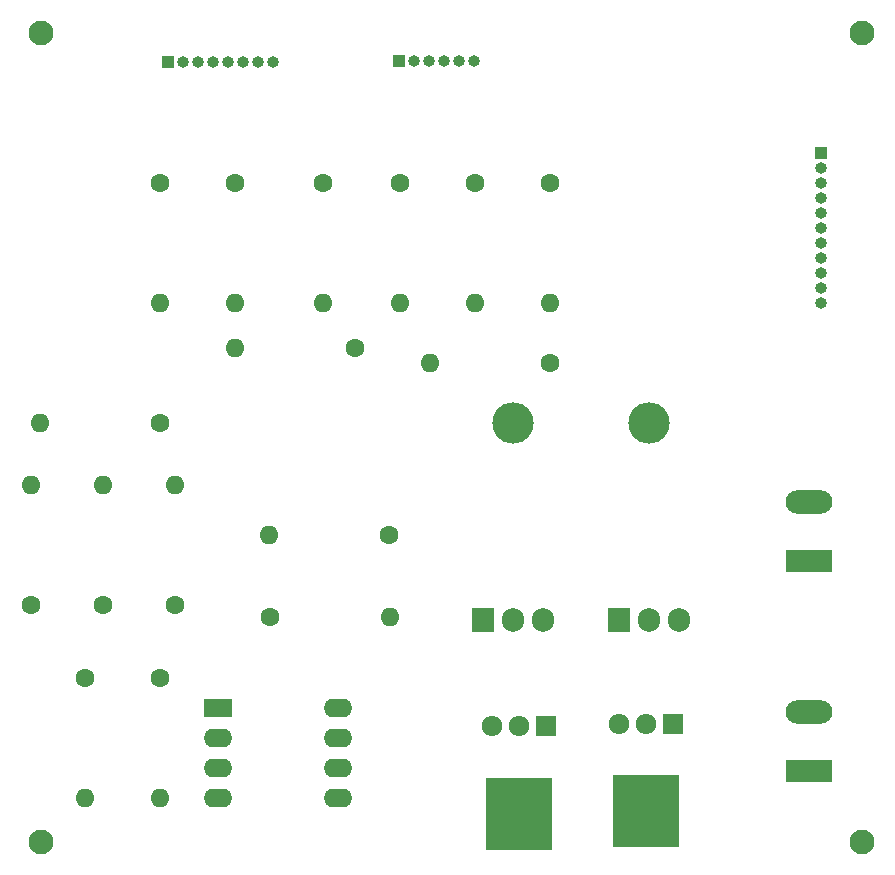
<source format=gbr>
%TF.GenerationSoftware,KiCad,Pcbnew,(6.0.4)*%
%TF.CreationDate,2022-04-12T10:07:42+02:00*%
%TF.ProjectId,Antenna-controller,416e7465-6e6e-4612-9d63-6f6e74726f6c,rev?*%
%TF.SameCoordinates,Original*%
%TF.FileFunction,Soldermask,Top*%
%TF.FilePolarity,Negative*%
%FSLAX46Y46*%
G04 Gerber Fmt 4.6, Leading zero omitted, Abs format (unit mm)*
G04 Created by KiCad (PCBNEW (6.0.4)) date 2022-04-12 10:07:42*
%MOMM*%
%LPD*%
G01*
G04 APERTURE LIST*
%ADD10C,1.600000*%
%ADD11O,1.600000X1.600000*%
%ADD12O,3.500000X3.500000*%
%ADD13R,1.905000X2.000000*%
%ADD14O,1.905000X2.000000*%
%ADD15R,2.400000X1.600000*%
%ADD16O,2.400000X1.600000*%
%ADD17R,3.960000X1.980000*%
%ADD18O,3.960000X1.980000*%
%ADD19R,1.717500X1.800000*%
%ADD20O,1.717500X1.800000*%
%ADD21R,5.700000X6.200000*%
%ADD22C,2.100000*%
%ADD23R,1.000000X1.000000*%
%ADD24O,1.000000X1.000000*%
G04 APERTURE END LIST*
D10*
%TO.C,R12*%
X134620000Y-62230000D03*
D11*
X134620000Y-72390000D03*
%TD*%
D10*
%TO.C,R15*%
X135877846Y-97951737D03*
D11*
X135877846Y-87791737D03*
%TD*%
D12*
%TO.C,Q1*%
X164500000Y-82570000D03*
D13*
X161960000Y-99230000D03*
D14*
X164500000Y-99230000D03*
X167040000Y-99230000D03*
%TD*%
D15*
%TO.C,U1*%
X139517500Y-106690000D03*
D16*
X139517500Y-109230000D03*
X139517500Y-111770000D03*
X139517500Y-114310000D03*
X149677500Y-114310000D03*
X149677500Y-111770000D03*
X149677500Y-109230000D03*
X149677500Y-106690000D03*
%TD*%
D10*
%TO.C,R11*%
X140970000Y-62230000D03*
D11*
X140970000Y-72390000D03*
%TD*%
D17*
%TO.C,M1*%
X189500000Y-112014000D03*
D18*
X189500000Y-107014000D03*
%TD*%
D19*
%TO.C,Q2*%
X167290000Y-108185000D03*
D20*
X165000000Y-108185000D03*
X162710000Y-108185000D03*
D21*
X165000000Y-115618333D03*
%TD*%
D22*
%TO.C,REF\u002A\u002A*%
X124500000Y-49500000D03*
%TD*%
D23*
%TO.C,s-lite1*%
X190575000Y-59690000D03*
D24*
X190575000Y-60960000D03*
X190575000Y-62230000D03*
X190575000Y-63500000D03*
X190575000Y-64770000D03*
X190575000Y-66040000D03*
X190575000Y-67310000D03*
X190575000Y-68580000D03*
X190575000Y-69850000D03*
X190575000Y-71120000D03*
X190575000Y-72390000D03*
%TD*%
D10*
%TO.C,R13*%
X123640039Y-97957977D03*
D11*
X123640039Y-87797977D03*
%TD*%
D10*
%TO.C,R17*%
X151130000Y-76200000D03*
D11*
X140970000Y-76200000D03*
%TD*%
D10*
%TO.C,R1*%
X154000000Y-92000000D03*
D11*
X143840000Y-92000000D03*
%TD*%
D23*
%TO.C,U2*%
X135250000Y-51955000D03*
D24*
X136520000Y-51955000D03*
X137790000Y-51955000D03*
X139060000Y-51955000D03*
X140330000Y-51955000D03*
X141600000Y-51955000D03*
X142870000Y-51955000D03*
X144140000Y-51955000D03*
%TD*%
D10*
%TO.C,R16*%
X167640000Y-77470000D03*
D11*
X157480000Y-77470000D03*
%TD*%
D22*
%TO.C,REF\u002A\u002A*%
X124500000Y-118000000D03*
%TD*%
D10*
%TO.C,R10*%
X167640000Y-62230000D03*
D11*
X167640000Y-72390000D03*
%TD*%
D10*
%TO.C,R14*%
X129787618Y-97951737D03*
D11*
X129787618Y-87791737D03*
%TD*%
D10*
%TO.C,R5*%
X128270000Y-104140000D03*
D11*
X128270000Y-114300000D03*
%TD*%
D22*
%TO.C,REF\u002A\u002A*%
X194000000Y-49500000D03*
%TD*%
D10*
%TO.C,R2*%
X143920000Y-99000000D03*
D11*
X154080000Y-99000000D03*
%TD*%
D10*
%TO.C,R8*%
X154940000Y-62230000D03*
D11*
X154940000Y-72390000D03*
%TD*%
D23*
%TO.C,J2*%
X154825000Y-51925000D03*
D24*
X156095000Y-51925000D03*
X157365000Y-51925000D03*
X158635000Y-51925000D03*
X159905000Y-51925000D03*
X161175000Y-51925000D03*
%TD*%
D10*
%TO.C,R7*%
X148368268Y-62230000D03*
D11*
X148368268Y-72390000D03*
%TD*%
D10*
%TO.C,R18*%
X134620000Y-82550000D03*
D11*
X124460000Y-82550000D03*
%TD*%
D19*
%TO.C,Q4*%
X178000000Y-108000000D03*
D20*
X175710000Y-108000000D03*
X173420000Y-108000000D03*
D21*
X175710000Y-115433333D03*
%TD*%
D12*
%TO.C,Q3*%
X176000000Y-82570000D03*
D13*
X173460000Y-99230000D03*
D14*
X176000000Y-99230000D03*
X178540000Y-99230000D03*
%TD*%
D22*
%TO.C,REF\u002A\u002A*%
X194000000Y-118000000D03*
%TD*%
D10*
%TO.C,R9*%
X161290000Y-62230000D03*
D11*
X161290000Y-72390000D03*
%TD*%
D17*
%TO.C,J1*%
X189500000Y-94265000D03*
D18*
X189500000Y-89265000D03*
%TD*%
D10*
%TO.C,R6*%
X134620000Y-104140000D03*
D11*
X134620000Y-114300000D03*
%TD*%
M02*

</source>
